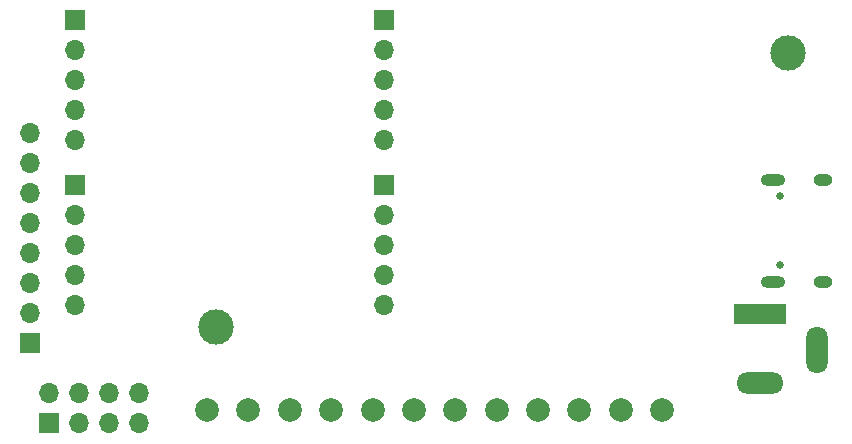
<source format=gbs>
G04 #@! TF.GenerationSoftware,KiCad,Pcbnew,7.0.2-0*
G04 #@! TF.CreationDate,2023-05-07T22:08:19-05:00*
G04 #@! TF.ProjectId,spudglo_driver_v4p3,73707564-676c-46f5-9f64-72697665725f,rev?*
G04 #@! TF.SameCoordinates,Original*
G04 #@! TF.FileFunction,Soldermask,Bot*
G04 #@! TF.FilePolarity,Negative*
%FSLAX46Y46*%
G04 Gerber Fmt 4.6, Leading zero omitted, Abs format (unit mm)*
G04 Created by KiCad (PCBNEW 7.0.2-0) date 2023-05-07 22:08:19*
%MOMM*%
%LPD*%
G01*
G04 APERTURE LIST*
%ADD10R,1.700000X1.700000*%
%ADD11O,1.700000X1.700000*%
%ADD12C,2.000000*%
%ADD13C,3.000000*%
%ADD14R,4.400000X1.800000*%
%ADD15O,4.000000X1.800000*%
%ADD16O,1.800000X4.000000*%
%ADD17C,0.650000*%
%ADD18O,2.100000X1.000000*%
%ADD19O,1.600000X1.000000*%
G04 APERTURE END LIST*
D10*
X200914000Y-64008000D03*
D11*
X200914000Y-66548000D03*
X200914000Y-69088000D03*
X200914000Y-71628000D03*
X200914000Y-74168000D03*
D10*
X197160000Y-77375000D03*
D11*
X197160000Y-74835000D03*
X197160000Y-72295000D03*
X197160000Y-69755000D03*
X197160000Y-67215000D03*
X197160000Y-64675000D03*
X197160000Y-62135000D03*
X197160000Y-59595000D03*
D10*
X227076000Y-50038000D03*
D11*
X227076000Y-52578000D03*
X227076000Y-55118000D03*
X227076000Y-57658000D03*
X227076000Y-60198000D03*
D10*
X200914000Y-50038000D03*
D11*
X200914000Y-52578000D03*
X200914000Y-55118000D03*
X200914000Y-57658000D03*
X200914000Y-60198000D03*
D12*
X212130000Y-83040000D03*
X215630000Y-83040000D03*
X219130000Y-83040000D03*
X222630000Y-83040000D03*
X226130000Y-83040000D03*
X229630000Y-83040000D03*
X233130000Y-83040000D03*
X236630000Y-83040000D03*
X240130000Y-83040000D03*
X243630000Y-83040000D03*
X247130000Y-83040000D03*
X250630000Y-83040000D03*
D10*
X198755000Y-84190000D03*
D11*
X198755000Y-81650000D03*
X201295000Y-84190000D03*
X201295000Y-81650000D03*
X203835000Y-84190000D03*
X203835000Y-81650000D03*
X206375000Y-84190000D03*
X206375000Y-81650000D03*
D13*
X212860000Y-76070000D03*
D14*
X258930000Y-74950000D03*
D15*
X258930000Y-80750000D03*
D16*
X263730000Y-77950000D03*
D13*
X261270000Y-52790000D03*
D17*
X260610000Y-70760000D03*
X260610000Y-64980000D03*
D18*
X260080000Y-72190000D03*
D19*
X264260000Y-72190000D03*
D18*
X260080000Y-63550000D03*
D19*
X264260000Y-63550000D03*
D10*
X227076000Y-64008000D03*
D11*
X227076000Y-66548000D03*
X227076000Y-69088000D03*
X227076000Y-71628000D03*
X227076000Y-74168000D03*
M02*

</source>
